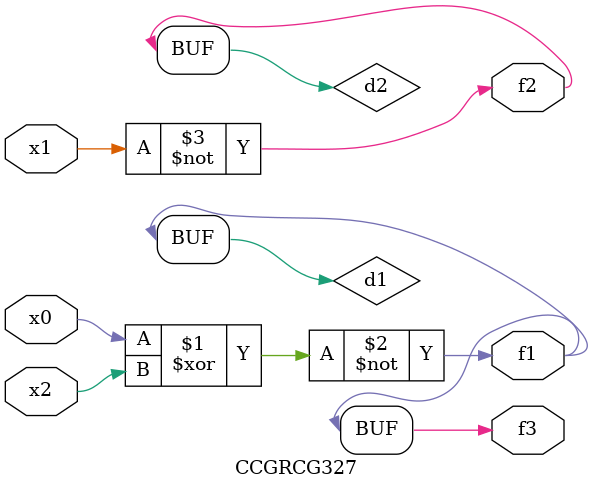
<source format=v>
module CCGRCG327(
	input x0, x1, x2,
	output f1, f2, f3
);

	wire d1, d2, d3;

	xnor (d1, x0, x2);
	nand (d2, x1);
	nor (d3, x1, x2);
	assign f1 = d1;
	assign f2 = d2;
	assign f3 = d1;
endmodule

</source>
